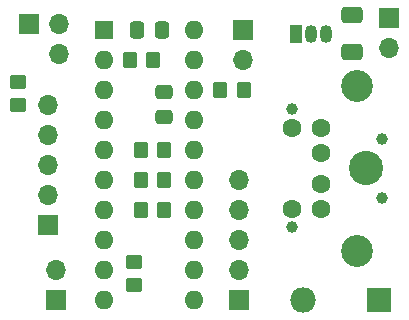
<source format=gbr>
%TF.GenerationSoftware,KiCad,Pcbnew,(6.0.0)*%
%TF.CreationDate,2022-10-20T13:45:59-04:00*%
%TF.ProjectId,TandyKey-AB,54616e64-794b-4657-992d-41422e6b6963,rev?*%
%TF.SameCoordinates,Original*%
%TF.FileFunction,Soldermask,Bot*%
%TF.FilePolarity,Negative*%
%FSLAX46Y46*%
G04 Gerber Fmt 4.6, Leading zero omitted, Abs format (unit mm)*
G04 Created by KiCad (PCBNEW (6.0.0)) date 2022-10-20 13:45:59*
%MOMM*%
%LPD*%
G01*
G04 APERTURE LIST*
G04 Aperture macros list*
%AMRoundRect*
0 Rectangle with rounded corners*
0 $1 Rounding radius*
0 $2 $3 $4 $5 $6 $7 $8 $9 X,Y pos of 4 corners*
0 Add a 4 corners polygon primitive as box body*
4,1,4,$2,$3,$4,$5,$6,$7,$8,$9,$2,$3,0*
0 Add four circle primitives for the rounded corners*
1,1,$1+$1,$2,$3*
1,1,$1+$1,$4,$5*
1,1,$1+$1,$6,$7*
1,1,$1+$1,$8,$9*
0 Add four rect primitives between the rounded corners*
20,1,$1+$1,$2,$3,$4,$5,0*
20,1,$1+$1,$4,$5,$6,$7,0*
20,1,$1+$1,$6,$7,$8,$9,0*
20,1,$1+$1,$8,$9,$2,$3,0*%
G04 Aperture macros list end*
%ADD10R,1.700000X1.700000*%
%ADD11O,1.700000X1.700000*%
%ADD12R,2.159000X2.159000*%
%ADD13O,2.159000X2.159000*%
%ADD14R,1.050000X1.500000*%
%ADD15O,1.050000X1.500000*%
%ADD16R,1.600000X1.600000*%
%ADD17O,1.600000X1.600000*%
%ADD18C,2.700000*%
%ADD19C,2.899999*%
%ADD20C,1.600000*%
%ADD21C,1.000000*%
%ADD22RoundRect,0.250000X0.450000X-0.350000X0.450000X0.350000X-0.450000X0.350000X-0.450000X-0.350000X0*%
%ADD23RoundRect,0.250000X-0.337500X-0.475000X0.337500X-0.475000X0.337500X0.475000X-0.337500X0.475000X0*%
%ADD24RoundRect,0.250000X0.475000X-0.337500X0.475000X0.337500X-0.475000X0.337500X-0.475000X-0.337500X0*%
%ADD25RoundRect,0.250000X0.650000X-0.412500X0.650000X0.412500X-0.650000X0.412500X-0.650000X-0.412500X0*%
%ADD26RoundRect,0.250000X0.350000X0.450000X-0.350000X0.450000X-0.350000X-0.450000X0.350000X-0.450000X0*%
%ADD27RoundRect,0.250000X-0.350000X-0.450000X0.350000X-0.450000X0.350000X0.450000X-0.350000X0.450000X0*%
%ADD28RoundRect,0.250000X-0.450000X0.350000X-0.450000X-0.350000X0.450000X-0.350000X0.450000X0.350000X0*%
G04 APERTURE END LIST*
D10*
%TO.C,J1*%
X117475000Y-101282500D03*
D11*
X117475000Y-96202500D03*
X117475000Y-91122500D03*
X117475000Y-98742500D03*
X117475000Y-93662500D03*
%TD*%
D10*
%TO.C,J5*%
X115882500Y-84302500D03*
D11*
X118382500Y-84317500D03*
X118382500Y-86857500D03*
%TD*%
D12*
%TO.C,SW1*%
X145465000Y-107632500D03*
D13*
X139065000Y-107632500D03*
%TD*%
D14*
%TO.C,U2*%
X138430000Y-85132500D03*
D15*
X139700000Y-85132500D03*
X140970000Y-85132500D03*
%TD*%
D16*
%TO.C,U1*%
X122247508Y-84777504D03*
D17*
X122247508Y-87317504D03*
X122247508Y-89857504D03*
X122247508Y-92397504D03*
X122247508Y-94937504D03*
X122247508Y-97477504D03*
X122247508Y-100017504D03*
X122247508Y-102557504D03*
X122247508Y-105097504D03*
X122247508Y-107637504D03*
X129867508Y-107637504D03*
X129867508Y-105097504D03*
X129867508Y-102557504D03*
X129867508Y-100017504D03*
X129867508Y-97477504D03*
X129867508Y-94937504D03*
X129867508Y-92397504D03*
X129867508Y-89857504D03*
X129867508Y-87317504D03*
X129867508Y-84777504D03*
%TD*%
D18*
%TO.C,J2*%
X143625000Y-103520001D03*
X143625000Y-89519999D03*
D19*
X144425000Y-96520000D03*
D20*
X140625000Y-95220000D03*
X140625000Y-97820000D03*
X140625000Y-93120000D03*
X140625000Y-99920000D03*
X138125000Y-93120000D03*
X138125000Y-99920000D03*
D21*
X145725000Y-94020000D03*
X145725000Y-99020000D03*
X138125000Y-91520000D03*
X138125000Y-101520000D03*
%TD*%
D10*
%TO.C,D1*%
X133985000Y-84772500D03*
D11*
X133985000Y-87312500D03*
%TD*%
D10*
%TO.C,J3*%
X133667500Y-107627500D03*
D11*
X133667500Y-105087500D03*
X133667500Y-102547500D03*
X133667500Y-100007500D03*
X133667500Y-97467500D03*
%TD*%
D10*
%TO.C,J4*%
X146367500Y-83820000D03*
D11*
X146367500Y-86360000D03*
%TD*%
D10*
%TO.C,D2*%
X118110000Y-107632500D03*
D11*
X118110000Y-105092500D03*
%TD*%
D22*
%TO.C,R1*%
X114935000Y-91170000D03*
X114935000Y-89170000D03*
%TD*%
D23*
%TO.C,C1*%
X125010000Y-84772500D03*
X127085000Y-84772500D03*
%TD*%
D24*
%TO.C,C4*%
X127270000Y-92160000D03*
X127270000Y-90085000D03*
%TD*%
D25*
%TO.C,C2*%
X143192500Y-86652500D03*
X143192500Y-83527500D03*
%TD*%
D26*
%TO.C,R7*%
X127317500Y-100012500D03*
X125317500Y-100012500D03*
%TD*%
D27*
%TO.C,R2*%
X124375008Y-87312500D03*
X126375008Y-87312500D03*
%TD*%
%TO.C,R4*%
X125317500Y-94932500D03*
X127317500Y-94932500D03*
%TD*%
%TO.C,R3*%
X132032500Y-89852500D03*
X134032500Y-89852500D03*
%TD*%
D26*
%TO.C,R6*%
X127317500Y-97472500D03*
X125317500Y-97472500D03*
%TD*%
D28*
%TO.C,R8*%
X124777500Y-104410000D03*
X124777500Y-106410000D03*
%TD*%
M02*

</source>
